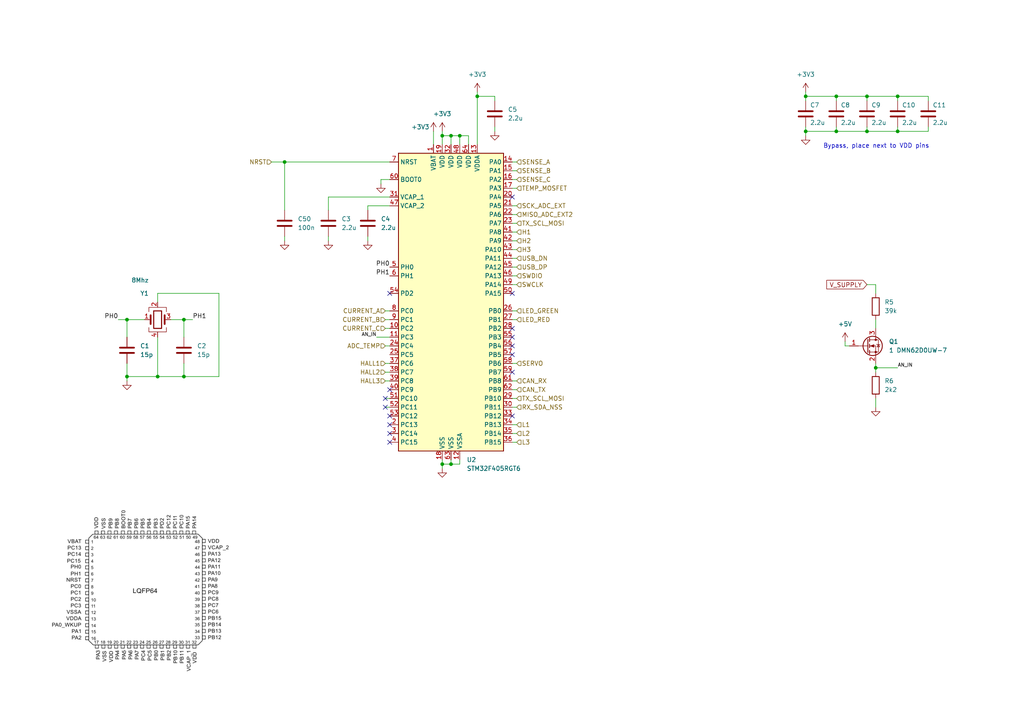
<source format=kicad_sch>
(kicad_sch (version 20211123) (generator eeschema)
  (paper "A4")
  (title_block (title "SI-ESC") (date "2022-06-24"))
  (lib_symbols
    (symbol "Device:C" (pin_numbers hide) (pin_names (offset 0.254))
      (property "Reference" "C" (at 0.635 2.54 0))
      (property "Value" "C" (at 0.635 -2.54 0))
      (symbol "C_0_1"
        (polyline (pts (xy -2.032 -0.762) (xy 2.032 -0.762)) (stroke (width 0.508)))
        (polyline (pts (xy -2.032 0.762) (xy 2.032 0.762)) (stroke (width 0.508)))
      )
      (symbol "C_1_1"
        (pin passive line (at 0 3.81 270) (length 2.794) (name "~") (number "1"))
        (pin passive line (at 0 -3.81 90) (length 2.794) (name "~") (number "2"))
      )
    )
    (symbol "Device:Crystal_GND24" (pin_names (offset 1.016) hide)
      (property "Reference" "Y" (at 3.175 5.08 0))
      (property "Value" "Crystal_GND24" (at 3.175 3.175 0))
      (symbol "Crystal_GND24_0_1"
        (rectangle (start -1.143 2.54) (end 1.143 -2.54) (stroke (width 0.3048)))
        (polyline (pts (xy -2.54 0) (xy -2.032 0)))
        (polyline (pts (xy -2.032 -1.27) (xy -2.032 1.27)) (stroke (width 0.508)))
        (polyline (pts (xy 0 -3.81) (xy 0 -3.556)))
        (polyline (pts (xy 0 3.556) (xy 0 3.81)))
        (polyline (pts (xy 2.032 -1.27) (xy 2.032 1.27)) (stroke (width 0.508)))
        (polyline (pts (xy 2.032 0) (xy 2.54 0)))
        (polyline (pts (xy -2.54 -2.286) (xy -2.54 -3.556) (xy 2.54 -3.556) (xy 2.54 -2.286)))
        (polyline (pts (xy -2.54 2.286) (xy -2.54 3.556) (xy 2.54 3.556) (xy 2.54 2.286)))
      )
      (symbol "Crystal_GND24_1_1"
        (pin passive line (at -3.81 0 0) (length 1.27) (name "1") (number "1"))
        (pin passive line (at 0 5.08 270) (length 1.27) (name "2") (number "2"))
        (pin passive line (at 3.81 0 180) (length 1.27) (name "3") (number "3"))
        (pin passive line (at 0 -5.08 90) (length 1.27) (name "4") (number "4"))
      )
    )
    (symbol "Device:Q_NMOS_GSD" (pin_names (offset 0) hide)
      (property "Reference" "Q" (at 5.08 1.27 0))
      (property "Value" "Q_NMOS_GSD" (at 5.08 -1.27 0))
      (symbol "Q_NMOS_GSD_0_1"
        (polyline (pts (xy 0.254 0) (xy -2.54 0)))
        (polyline (pts (xy 0.254 1.905) (xy 0.254 -1.905)) (stroke (width 0.254)))
        (polyline (pts (xy 0.762 -1.27) (xy 0.762 -2.286)) (stroke (width 0.254)))
        (polyline (pts (xy 0.762 0.508) (xy 0.762 -0.508)) (stroke (width 0.254)))
        (polyline (pts (xy 0.762 2.286) (xy 0.762 1.27)) (stroke (width 0.254)))
        (polyline (pts (xy 2.54 2.54) (xy 2.54 1.778)))
        (polyline (pts (xy 2.54 -2.54) (xy 2.54 0) (xy 0.762 0)))
        (polyline (pts (xy 0.762 -1.778) (xy 3.302 -1.778) (xy 3.302 1.778) (xy 0.762 1.778)))
        (polyline (pts (xy 1.016 0) (xy 2.032 0.381) (xy 2.032 -0.381) (xy 1.016 0)) (fill (type outline)))
        (polyline (pts (xy 2.794 0.508) (xy 2.921 0.381) (xy 3.683 0.381) (xy 3.81 0.254)))
        (polyline (pts (xy 3.302 0.381) (xy 2.921 -0.254) (xy 3.683 -0.254) (xy 3.302 0.381)))
        (circle (center 1.651 0) (radius 2.794) (stroke (width 0.254)))
        (circle (center 2.54 -1.778) (radius 0.254) (fill (type outline)))
        (circle (center 2.54 1.778) (radius 0.254) (fill (type outline)))
      )
      (symbol "Q_NMOS_GSD_1_1"
        (pin input line (at -5.08 0 0) (length 2.54) (name "G") (number "1"))
        (pin passive line (at 2.54 -5.08 90) (length 2.54) (name "S") (number "2"))
        (pin passive line (at 2.54 5.08 270) (length 2.54) (name "D") (number "3"))
      )
    )
    (symbol "Device:R" (pin_numbers hide) (pin_names (offset 0))
      (property "Reference" "R" (at 2.032 0 90))
      (property "Value" "R" (at 0 0 90))
      (symbol "R_0_1"
        (rectangle (start -1.016 -2.54) (end 1.016 2.54) (stroke (width 0.254)))
      )
      (symbol "R_1_1"
        (pin passive line (at 0 3.81 270) (length 1.27) (name "~") (number "1"))
        (pin passive line (at 0 -3.81 90) (length 1.27) (name "~") (number "2"))
      )
    )
    (symbol "MCU_ST_STM32F4:STM32F405RGTx"
      (property "Reference" "U" (at -15.24 44.45 0))
      (property "Value" "STM32F405RGTx" (at 10.16 44.45 0))
      (symbol "STM32F405RGTx_0_1"
        (rectangle (start -15.24 -43.18) (end 15.24 43.18) (stroke (width 0.254)) (fill (type background)))
      )
      (symbol "STM32F405RGTx_1_1"
        (pin power_in line (at -5.08 45.72 270) (length 2.54) (name "VBAT") (number "1"))
        (pin bidirectional line (at -17.78 -7.62 0) (length 2.54) (name "PC2") (number "10"))
        (pin bidirectional line (at -17.78 -10.16 0) (length 2.54) (name "PC3") (number "11"))
        (pin power_in line (at 2.54 -45.72 90) (length 2.54) (name "VSSA") (number "12"))
        (pin power_in line (at 7.62 45.72 270) (length 2.54) (name "VDDA") (number "13"))
        (pin bidirectional line (at 17.78 40.64 180) (length 2.54) (name "PA0") (number "14"))
        (pin bidirectional line (at 17.78 38.1 180) (length 2.54) (name "PA1") (number "15"))
        (pin bidirectional line (at 17.78 35.56 180) (length 2.54) (name "PA2") (number "16"))
        (pin bidirectional line (at 17.78 33.02 180) (length 2.54) (name "PA3") (number "17"))
        (pin power_in line (at -2.54 -45.72 90) (length 2.54) (name "VSS") (number "18"))
        (pin power_in line (at -2.54 45.72 270) (length 2.54) (name "VDD") (number "19"))
        (pin bidirectional line (at -17.78 -35.56 0) (length 2.54) (name "PC13") (number "2"))
        (pin bidirectional line (at 17.78 30.48 180) (length 2.54) (name "PA4") (number "20"))
        (pin bidirectional line (at 17.78 27.94 180) (length 2.54) (name "PA5") (number "21"))
        (pin bidirectional line (at 17.78 25.4 180) (length 2.54) (name "PA6") (number "22"))
        (pin bidirectional line (at 17.78 22.86 180) (length 2.54) (name "PA7") (number "23"))
        (pin bidirectional line (at -17.78 -12.7 0) (length 2.54) (name "PC4") (number "24"))
        (pin bidirectional line (at -17.78 -15.24 0) (length 2.54) (name "PC5") (number "25"))
        (pin bidirectional line (at 17.78 -2.54 180) (length 2.54) (name "PB0") (number "26"))
        (pin bidirectional line (at 17.78 -5.08 180) (length 2.54) (name "PB1") (number "27"))
        (pin bidirectional line (at 17.78 -7.62 180) (length 2.54) (name "PB2") (number "28"))
        (pin bidirectional line (at 17.78 -27.94 180) (length 2.54) (name "PB10") (number "29"))
        (pin bidirectional line (at -17.78 -38.1 0) (length 2.54) (name "PC14") (number "3"))
        (pin bidirectional line (at 17.78 -30.48 180) (length 2.54) (name "PB11") (number "30"))
        (pin power_in line (at -17.78 30.48 0) (length 2.54) (name "VCAP_1") (number "31"))
        (pin power_in line (at 0 45.72 270) (length 2.54) (name "VDD") (number "32"))
        (pin bidirectional line (at 17.78 -33.02 180) (length 2.54) (name "PB12") (number "33"))
        (pin bidirectional line (at 17.78 -35.56 180) (length 2.54) (name "PB13") (number "34"))
        (pin bidirectional line (at 17.78 -38.1 180) (length 2.54) (name "PB14") (number "35"))
        (pin bidirectional line (at 17.78 -40.64 180) (length 2.54) (name "PB15") (number "36"))
        (pin bidirectional line (at -17.78 -17.78 0) (length 2.54) (name "PC6") (number "37"))
        (pin bidirectional line (at -17.78 -20.32 0) (length 2.54) (name "PC7") (number "38"))
        (pin bidirectional line (at -17.78 -22.86 0) (length 2.54) (name "PC8") (number "39"))
        (pin bidirectional line (at -17.78 -40.64 0) (length 2.54) (name "PC15") (number "4"))
        (pin bidirectional line (at -17.78 -25.4 0) (length 2.54) (name "PC9") (number "40"))
        (pin bidirectional line (at 17.78 20.32 180) (length 2.54) (name "PA8") (number "41"))
        (pin bidirectional line (at 17.78 17.78 180) (length 2.54) (name "PA9") (number "42"))
        (pin bidirectional line (at 17.78 15.24 180) (length 2.54) (name "PA10") (number "43"))
        (pin bidirectional line (at 17.78 12.7 180) (length 2.54) (name "PA11") (number "44"))
        (pin bidirectional line (at 17.78 10.16 180) (length 2.54) (name "PA12") (number "45"))
        (pin bidirectional line (at 17.78 7.62 180) (length 2.54) (name "PA13") (number "46"))
        (pin power_in line (at -17.78 27.94 0) (length 2.54) (name "VCAP_2") (number "47"))
        (pin power_in line (at 2.54 45.72 270) (length 2.54) (name "VDD") (number "48"))
        (pin bidirectional line (at 17.78 5.08 180) (length 2.54) (name "PA14") (number "49"))
        (pin input line (at -17.78 10.16 0) (length 2.54) (name "PH0") (number "5"))
        (pin bidirectional line (at 17.78 2.54 180) (length 2.54) (name "PA15") (number "50"))
        (pin bidirectional line (at -17.78 -27.94 0) (length 2.54) (name "PC10") (number "51"))
        (pin bidirectional line (at -17.78 -30.48 0) (length 2.54) (name "PC11") (number "52"))
        (pin bidirectional line (at -17.78 -33.02 0) (length 2.54) (name "PC12") (number "53"))
        (pin bidirectional line (at -17.78 2.54 0) (length 2.54) (name "PD2") (number "54"))
        (pin bidirectional line (at 17.78 -10.16 180) (length 2.54) (name "PB3") (number "55"))
        (pin bidirectional line (at 17.78 -12.7 180) (length 2.54) (name "PB4") (number "56"))
        (pin bidirectional line (at 17.78 -15.24 180) (length 2.54) (name "PB5") (number "57"))
        (pin bidirectional line (at 17.78 -17.78 180) (length 2.54) (name "PB6") (number "58"))
        (pin bidirectional line (at 17.78 -20.32 180) (length 2.54) (name "PB7") (number "59"))
        (pin input line (at -17.78 7.62 0) (length 2.54) (name "PH1") (number "6"))
        (pin input line (at -17.78 35.56 0) (length 2.54) (name "BOOT0") (number "60"))
        (pin bidirectional line (at 17.78 -22.86 180) (length 2.54) (name "PB8") (number "61"))
        (pin bidirectional line (at 17.78 -25.4 180) (length 2.54) (name "PB9") (number "62"))
        (pin power_in line (at 0 -45.72 90) (length 2.54) (name "VSS") (number "63"))
        (pin power_in line (at 5.08 45.72 270) (length 2.54) (name "VDD") (number "64"))
        (pin input line (at -17.78 40.64 0) (length 2.54) (name "NRST") (number "7"))
        (pin bidirectional line (at -17.78 -2.54 0) (length 2.54) (name "PC0") (number "8"))
        (pin bidirectional line (at -17.78 -5.08 0) (length 2.54) (name "PC1") (number "9"))
      )
    )
    (symbol "power:+3.3V" (power) (pin_names (offset 0))
      (property "Value" "+3.3V" (at 0 3.556 0))
      (symbol "+3.3V_0_1"
        (polyline (pts (xy -0.762 1.27) (xy 0 2.54)))
        (polyline (pts (xy 0 0) (xy 0 2.54)))
        (polyline (pts (xy 0 2.54) (xy 0.762 1.27)))
      )
      (symbol "+3.3V_1_1"
        (pin power_in line (at 0 0 90) (length 0) hide (name "+3V3") (number "1"))
      )
    )
    (symbol "power:+5V" (power) (pin_names (offset 0))
      (property "Value" "+5V" (at 0 3.556 0))
      (symbol "+5V_0_1"
        (polyline (pts (xy -0.762 1.27) (xy 0 2.54)))
        (polyline (pts (xy 0 0) (xy 0 2.54)))
        (polyline (pts (xy 0 2.54) (xy 0.762 1.27)))
      )
      (symbol "+5V_1_1"
        (pin power_in line (at 0 0 90) (length 0) hide (name "+5V") (number "1"))
      )
    )
    (symbol "power:GND" (power) (pin_names (offset 0))
      (property "Value" "GND" (at 0 -3.81 0))
      (symbol "GND_0_1"
        (polyline (pts (xy 0 0) (xy 0 -1.27) (xy 1.27 -1.27) (xy 0 -2.54) (xy -1.27 -1.27) (xy 0 -1.27)))
      )
      (symbol "GND_1_1"
        (pin power_in line (at 0 0 270) (length 0) hide (name "GND") (number "1"))
      )
    )
  )
  (junction (at 251.46 27.94))
  (junction (at 130.81 134.62))
  (junction (at 36.83 109.22))
  (junction (at 138.43 27.94))
  (junction (at 36.83 92.71))
  (junction (at 233.68 38.1))
  (junction (at 260.35 38.1))
  (junction (at 45.72 109.22))
  (junction (at 242.57 38.1))
  (junction (at 82.55 46.99))
  (junction (at 260.35 27.94))
  (junction (at 133.35 39.37))
  (junction (at 128.27 39.37))
  (junction (at 128.27 134.62))
  (junction (at 254 106.68))
  (junction (at 233.68 27.94))
  (junction (at 251.46 38.1))
  (junction (at 130.81 39.37))
  (junction (at 242.57 27.94))
  (junction (at 53.34 92.71))
  (junction (at 53.34 109.22))
  (no_connect (at 113.03 128.27))
  (no_connect (at 111.76 115.57))
  (no_connect (at 111.76 118.11))
  (no_connect (at 148.59 57.15))
  (no_connect (at 148.59 85.09))
  (no_connect (at 148.59 95.25))
  (no_connect (at 148.59 97.79))
  (no_connect (at 148.59 100.33))
  (no_connect (at 148.59 102.87))
  (no_connect (at 148.59 107.95))
  (no_connect (at 148.59 120.65))
  (no_connect (at 113.03 125.73))
  (no_connect (at 113.03 123.19))
  (no_connect (at 113.03 120.65))
  (no_connect (at 113.03 113.03))
  (no_connect (at 113.03 85.09))
  (wire (pts (xy 251.46 29.21) (xy 251.46 27.94)))
  (wire (pts (xy 53.34 92.71) (xy 53.34 97.79)))
  (wire (pts (xy 233.68 27.94) (xy 233.68 29.21)))
  (wire (pts (xy 128.27 133.35) (xy 128.27 134.62)))
  (wire (pts (xy 111.76 105.41) (xy 113.03 105.41)))
  (wire (pts (xy 133.35 134.62) (xy 133.35 133.35)))
  (wire (pts (xy 149.86 62.23) (xy 148.59 62.23)))
  (wire (pts (xy 34.29 92.71) (xy 36.83 92.71)))
  (wire (pts (xy 128.27 134.62) (xy 128.27 135.89)))
  (wire (pts (xy 82.55 60.96) (xy 82.55 46.99)))
  (wire (pts (xy 113.03 57.15) (xy 95.25 57.15)))
  (wire (pts (xy 36.83 109.22) (xy 36.83 110.49)))
  (wire (pts (xy 254 106.68) (xy 260.35 106.68)))
  (wire (pts (xy 251.46 27.94) (xy 242.57 27.94)))
  (wire (pts (xy 254 82.55) (xy 251.46 82.55)))
  (wire (pts (xy 242.57 38.1) (xy 242.57 36.83)))
  (wire (pts (xy 149.86 115.57) (xy 148.59 115.57)))
  (wire (pts (xy 113.03 52.07) (xy 110.49 52.07)))
  (wire (pts (xy 254 105.41) (xy 254 106.68)))
  (wire (pts (xy 149.86 64.77) (xy 148.59 64.77)))
  (wire (pts (xy 130.81 134.62) (xy 133.35 134.62)))
  (wire (pts (xy 246.38 100.33) (xy 245.11 100.33)))
  (wire (pts (xy 45.72 85.09) (xy 63.5 85.09)))
  (wire (pts (xy 45.72 109.22) (xy 36.83 109.22)))
  (wire (pts (xy 269.24 27.94) (xy 260.35 27.94)))
  (wire (pts (xy 269.24 36.83) (xy 269.24 38.1)))
  (wire (pts (xy 111.76 110.49) (xy 113.03 110.49)))
  (wire (pts (xy 242.57 38.1) (xy 251.46 38.1)))
  (wire (pts (xy 149.86 113.03) (xy 148.59 113.03)))
  (wire (pts (xy 260.35 38.1) (xy 251.46 38.1)))
  (wire (pts (xy 128.27 39.37) (xy 130.81 39.37)))
  (wire (pts (xy 149.86 54.61) (xy 148.59 54.61)))
  (wire (pts (xy 148.59 128.27) (xy 149.86 128.27)))
  (wire (pts (xy 135.89 39.37) (xy 135.89 41.91)))
  (wire (pts (xy 143.51 36.83) (xy 143.51 38.1)))
  (wire (pts (xy 53.34 105.41) (xy 53.34 109.22)))
  (wire (pts (xy 233.68 38.1) (xy 233.68 39.37)))
  (wire (pts (xy 269.24 38.1) (xy 260.35 38.1)))
  (wire (pts (xy 254 85.09) (xy 254 82.55)))
  (wire (pts (xy 251.46 27.94) (xy 260.35 27.94)))
  (wire (pts (xy 106.68 68.58) (xy 106.68 69.85)))
  (wire (pts (xy 95.25 57.15) (xy 95.25 60.96)))
  (wire (pts (xy 110.49 52.07) (xy 110.49 53.34)))
  (wire (pts (xy 125.73 38.1) (xy 125.73 41.91)))
  (wire (pts (xy 242.57 29.21) (xy 242.57 27.94)))
  (wire (pts (xy 254 92.71) (xy 254 95.25)))
  (wire (pts (xy 233.68 38.1) (xy 242.57 38.1)))
  (wire (pts (xy 36.83 92.71) (xy 36.83 97.79)))
  (wire (pts (xy 143.51 29.21) (xy 143.51 27.94)))
  (wire (pts (xy 143.51 27.94) (xy 138.43 27.94)))
  (wire (pts (xy 133.35 39.37) (xy 135.89 39.37)))
  (wire (pts (xy 149.86 77.47) (xy 148.59 77.47)))
  (wire (pts (xy 254 106.68) (xy 254 107.95)))
  (wire (pts (xy 149.86 125.73) (xy 148.59 125.73)))
  (wire (pts (xy 149.86 74.93) (xy 148.59 74.93)))
  (wire (pts (xy 245.11 100.33) (xy 245.11 99.06)))
  (wire (pts (xy 149.86 72.39) (xy 148.59 72.39)))
  (wire (pts (xy 260.35 36.83) (xy 260.35 38.1)))
  (wire (pts (xy 149.86 105.41) (xy 148.59 105.41)))
  (wire (pts (xy 269.24 29.21) (xy 269.24 27.94)))
  (wire (pts (xy 149.86 59.69) (xy 148.59 59.69)))
  (wire (pts (xy 49.53 92.71) (xy 53.34 92.71)))
  (wire (pts (xy 128.27 39.37) (xy 128.27 41.91)))
  (wire (pts (xy 149.86 46.99) (xy 148.59 46.99)))
  (wire (pts (xy 106.68 59.69) (xy 106.68 60.96)))
  (wire (pts (xy 111.76 100.33) (xy 113.03 100.33)))
  (wire (pts (xy 78.74 46.99) (xy 82.55 46.99)))
  (wire (pts (xy 130.81 39.37) (xy 130.81 41.91)))
  (wire (pts (xy 111.76 107.95) (xy 113.03 107.95)))
  (wire (pts (xy 149.86 92.71) (xy 148.59 92.71)))
  (wire (pts (xy 233.68 27.94) (xy 242.57 27.94)))
  (wire (pts (xy 138.43 26.67) (xy 138.43 27.94)))
  (wire (pts (xy 95.25 68.58) (xy 95.25 69.85)))
  (wire (pts (xy 149.86 67.31) (xy 148.59 67.31)))
  (wire (pts (xy 149.86 49.53) (xy 148.59 49.53)))
  (wire (pts (xy 149.86 52.07) (xy 148.59 52.07)))
  (wire (pts (xy 82.55 68.58) (xy 82.55 69.85)))
  (wire (pts (xy 149.86 69.85) (xy 148.59 69.85)))
  (wire (pts (xy 254 115.57) (xy 254 118.11)))
  (wire (pts (xy 111.76 115.57) (xy 113.03 115.57)))
  (wire (pts (xy 149.86 80.01) (xy 148.59 80.01)))
  (wire (pts (xy 233.68 36.83) (xy 233.68 38.1)))
  (wire (pts (xy 138.43 27.94) (xy 138.43 41.91)))
  (wire (pts (xy 149.86 123.19) (xy 148.59 123.19)))
  (wire (pts (xy 111.76 95.25) (xy 113.03 95.25)))
  (wire (pts (xy 53.34 92.71) (xy 55.88 92.71)))
  (wire (pts (xy 128.27 134.62) (xy 130.81 134.62)))
  (wire (pts (xy 36.83 105.41) (xy 36.83 109.22)))
  (wire (pts (xy 149.86 110.49) (xy 148.59 110.49)))
  (wire (pts (xy 111.76 118.11) (xy 113.03 118.11)))
  (wire (pts (xy 63.5 109.22) (xy 53.34 109.22)))
  (wire (pts (xy 149.86 82.55) (xy 148.59 82.55)))
  (wire (pts (xy 111.76 92.71) (xy 113.03 92.71)))
  (wire (pts (xy 251.46 36.83) (xy 251.46 38.1)))
  (wire (pts (xy 109.22 97.79) (xy 113.03 97.79)))
  (wire (pts (xy 128.27 38.1) (xy 128.27 39.37)))
  (wire (pts (xy 149.86 118.11) (xy 148.59 118.11)))
  (wire (pts (xy 233.68 26.67) (xy 233.68 27.94)))
  (wire (pts (xy 82.55 46.99) (xy 113.03 46.99)))
  (wire (pts (xy 130.81 134.62) (xy 130.81 133.35)))
  (wire (pts (xy 260.35 29.21) (xy 260.35 27.94)))
  (wire (pts (xy 45.72 87.63) (xy 45.72 85.09)))
  (wire (pts (xy 133.35 39.37) (xy 133.35 41.91)))
  (wire (pts (xy 149.86 90.17) (xy 148.59 90.17)))
  (wire (pts (xy 130.81 39.37) (xy 133.35 39.37)))
  (wire (pts (xy 45.72 97.79) (xy 45.72 109.22)))
  (wire (pts (xy 113.03 59.69) (xy 106.68 59.69)))
  (wire (pts (xy 53.34 109.22) (xy 45.72 109.22)))
  (wire (pts (xy 111.76 90.17) (xy 113.03 90.17)))
  (wire (pts (xy 41.91 92.71) (xy 36.83 92.71)))
  (wire (pts (xy 63.5 85.09) (xy 63.5 109.22)))
  (image (at 40.64 171.45))
  (text "Bypass, place next to VDD pins" (at 238.76 43.18 0) (effects (font (size 1.27 1.27)) (justify left bottom)))
  (label "PH1" (at 113.03 80.01 180))
  (label "AN_IN" (at 109.22 97.79 180) (effects (font (size 1 1))))
  (label "AN_IN" (at 260.35 106.68 0) (effects (font (size 1 1))))
  (label "PH0" (at 113.03 77.47 180))
  (label "PH0" (at 34.29 92.71 180))
  (label "PH1" (at 55.88 92.71 0))
  (global_label "V_SUPPLY" (shape input) (at 251.46 82.55 180) (property "Intersheet References" "${INTERSHEET_REFS}" (effects hide)))
  (hierarchical_label "H3" (shape input) (at 149.86 72.39 0))
  (hierarchical_label "SENSE_B" (shape input) (at 149.86 49.53 0))
  (hierarchical_label "LED_GREEN" (shape input) (at 149.86 90.17 0))
  (hierarchical_label "TX_SCL_MOSI" (shape input) (at 149.86 115.57 0))
  (hierarchical_label "NRST" (shape input) (at 78.74 46.99 180))
  (hierarchical_label "SERVO" (shape input) (at 149.86 105.41 0))
  (hierarchical_label "L3" (shape input) (at 149.86 128.27 0))
  (hierarchical_label "SENSE_A" (shape input) (at 149.86 46.99 0))
  (hierarchical_label "HALL2" (shape input) (at 111.76 107.95 180))
  (hierarchical_label "H2" (shape input) (at 149.86 69.85 0))
  (hierarchical_label "CURRENT_B" (shape input) (at 111.76 92.71 180))
  (hierarchical_label "L2" (shape input) (at 149.86 125.73 0))
  (hierarchical_label "CURRENT_A" (shape input) (at 111.76 90.17 180))
  (hierarchical_label "SWDIO" (shape input) (at 149.86 80.01 0))
  (hierarchical_label "SCK_ADC_EXT" (shape input) (at 149.86 59.69 0))
  (hierarchical_label "CAN_TX" (shape input) (at 149.86 113.03 0))
  (hierarchical_label "CAN_RX" (shape input) (at 149.86 110.49 0))
  (hierarchical_label "TEMP_MOSFET" (shape input) (at 149.86 54.61 0))
  (hierarchical_label "H1" (shape input) (at 149.86 67.31 0))
  (hierarchical_label "USB_DP" (shape input) (at 149.86 77.47 0))
  (hierarchical_label "USB_DN" (shape input) (at 149.86 74.93 0))
  (hierarchical_label "TX_SCL_MOSI" (shape input) (at 149.86 64.77 0))
  (hierarchical_label "L1" (shape input) (at 149.86 123.19 0))
  (hierarchical_label "RX_SDA_NSS" (shape input) (at 149.86 118.11 0))
  (hierarchical_label "MISO_ADC_EXT2" (shape input) (at 149.86 62.23 0))
  (hierarchical_label "HALL1" (shape input) (at 111.76 105.41 180))
  (hierarchical_label "LED_RED" (shape input) (at 149.86 92.71 0))
  (hierarchical_label "CURRENT_C" (shape input) (at 111.76 95.25 180))
  (hierarchical_label "ADC_TEMP" (shape input) (at 111.76 100.33 180))
  (hierarchical_label "HALL3" (shape input) (at 111.76 110.49 180))
  (hierarchical_label "SWCLK" (shape input) (at 149.86 82.55 0))
  (hierarchical_label "SENSE_C" (shape input) (at 149.86 52.07 0))
  (symbol (lib_id "Device:C") (at 242.57 33.02 0) (unit 1)
    (property "Reference" "C8" (at 243.84 30.48 0) (effects (justify left)))
    (property "Value" "2.2u" (at 243.84 35.56 0) (effects (justify left)))
    (property "Footprint" "Capacitor_SMD:C_0805_2012Metric" (effects hide))
    (property "LCSC" "C319190" (effects hide))
  )
  (symbol (lib_id "power:GND") (at 110.49 53.34 0) (unit 1)
    (property "Reference" "#PWR074" (effects hide))
    (property "Value" "GND" (effects hide))
  )
  (symbol (lib_id "Device:C") (at 260.35 33.02 0) (unit 1)
    (property "Reference" "C10" (at 261.62 30.48 0) (effects (justify left)))
    (property "Value" "2.2u" (at 261.62 35.56 0) (effects (justify left)))
    (property "Footprint" "Capacitor_SMD:C_0805_2012Metric" (effects hide))
    (property "LCSC" "C319190" (effects hide))
  )
  (symbol (lib_id "Device:C") (at 53.34 101.6 0) (unit 1)
    (property "Reference" "C2" (at 57.15 100.3299 0) (effects (justify left)))
    (property "Value" "15p" (at 57.15 102.8699 0) (effects (justify left)))
    (property "Footprint" "Capacitor_SMD:C_0805_2012Metric" (effects hide))
  )
  (symbol (lib_id "power:GND") (at 254 118.11 0) (unit 1)
    (property "Reference" "#PWR0126" (effects hide))
    (property "Value" "GND" (effects hide))
  )
  (symbol (lib_id "power:GND") (at 106.68 69.85 0) (unit 1)
    (property "Reference" "#PWR011" (effects hide))
    (property "Value" "GND" (effects hide))
  )
  (symbol (lib_id "power:GND") (at 36.83 110.49 0) (unit 1)
    (property "Reference" "#PWR0121" (effects hide))
    (property "Value" "GND" (effects hide))
  )
  (symbol (lib_id "Device:C") (at 143.51 33.02 0) (unit 1)
    (property "Reference" "C5" (at 147.32 31.7499 0) (effects (justify left)))
    (property "Value" "2.2u" (at 147.32 34.2899 0) (effects (justify left)))
    (property "Footprint" "Capacitor_SMD:C_0805_2012Metric" (effects hide))
    (property "LCSC" "C319190" (effects hide))
  )
  (symbol (lib_id "Device:R") (at 254 88.9 0) (unit 1)
    (property "Reference" "R5" (at 256.54 87.6299 0) (effects (justify left)))
    (property "Value" "39k" (at 256.54 90.1699 0) (effects (justify left)))
    (property "Footprint" "Resistor_SMD:R_0805_2012Metric" (effects hide))
  )
  (symbol (lib_id "Device:C") (at 233.68 33.02 0) (unit 1)
    (property "Reference" "C7" (at 234.95 30.48 0) (effects (justify left)))
    (property "Value" "2.2u" (at 234.95 35.56 0) (effects (justify left)))
    (property "Footprint" "Capacitor_SMD:C_0805_2012Metric" (effects hide))
    (property "LCSC" "C319190" (effects hide))
  )
  (symbol (lib_id "Device:C") (at 269.24 33.02 0) (unit 1)
    (property "Reference" "C11" (at 270.51 30.48 0) (effects (justify left)))
    (property "Value" "2.2u" (at 270.51 35.56 0) (effects (justify left)))
    (property "Footprint" "Capacitor_SMD:C_0805_2012Metric" (effects hide))
    (property "LCSC" "C319190" (effects hide))
  )
  (symbol (lib_id "Device:Crystal_GND24") (at 45.72 92.71 0) (unit 1)
    (property "Reference" "Y1" (at 41.91 85.09 0))
    (property "Value" "8Mhz" (at 40.64 81.28 0))
    (property "Footprint" "Crystal:Crystal_SMD_3225-4Pin_3.2x2.5mm" (effects hide))
  )
  (symbol (lib_id "Device:C") (at 82.55 64.77 0) (unit 1)
    (property "Reference" "C50" (at 86.36 63.4999 0) (effects (justify left)))
    (property "Value" "100n" (at 86.36 66.0399 0) (effects (justify left)))
    (property "Footprint" "Capacitor_SMD:C_0805_2012Metric" (effects hide))
  )
  (symbol (lib_id "power:GND") (at 95.25 69.85 0) (unit 1)
    (property "Reference" "#PWR010" (effects hide))
    (property "Value" "GND" (effects hide))
  )
  (symbol (lib_id "Device:C") (at 95.25 64.77 0) (unit 1)
    (property "Reference" "C3" (at 99.06 63.4999 0) (effects (justify left)))
    (property "Value" "2.2u" (at 99.06 66.0399 0) (effects (justify left)))
    (property "Footprint" "Capacitor_SMD:C_0805_2012Metric" (effects hide))
    (property "LCSC" "C319190" (effects hide))
  )
  (symbol (lib_id "Device:C") (at 106.68 64.77 0) (unit 1)
    (property "Reference" "C4" (at 110.49 63.4999 0) (effects (justify left)))
    (property "Value" "2.2u" (at 110.49 66.0399 0) (effects (justify left)))
    (property "Footprint" "Capacitor_SMD:C_0805_2012Metric" (effects hide))
    (property "LCSC" "C319190" (effects hide))
  )
  (symbol (lib_id "power:GND") (at 143.51 38.1 0) (unit 1)
    (property "Reference" "#PWR016" (effects hide))
    (property "Value" "GND" (effects hide))
  )
  (symbol (lib_id "Device:C") (at 36.83 101.6 0) (unit 1)
    (property "Reference" "C1" (at 40.64 100.3299 0) (effects (justify left)))
    (property "Value" "15p" (at 40.64 102.8699 0) (effects (justify left)))
    (property "Footprint" "Capacitor_SMD:C_0805_2012Metric" (effects hide))
  )
  (symbol (lib_id "power:+5V") (at 245.11 99.06 0) (unit 1)
    (property "Reference" "#PWR0125" (effects hide))
    (property "Value" "+5V" (at 245.11 93.98 0))
  )
  (symbol (lib_id "power:GND") (at 233.68 39.37 0) (unit 1)
    (property "Reference" "#PWR018" (effects hide))
    (property "Value" "GND" (effects hide))
  )
  (symbol (lib_id "power:+3.3V") (at 138.43 26.67 0) (unit 1)
    (property "Reference" "#PWR015" (effects hide))
    (property "Value" "+3.3V" (at 138.43 21.59 0))
  )
  (symbol (lib_id "power:GND") (at 128.27 135.89 0) (unit 1)
    (property "Reference" "#PWR014" (effects hide))
    (property "Value" "GND" (effects hide))
  )
  (symbol (lib_id "power:+3.3V") (at 233.68 26.67 0) (unit 1)
    (property "Reference" "#PWR017" (effects hide))
    (property "Value" "+3.3V" (at 233.68 21.59 0))
  )
  (symbol (lib_id "power:+3.3V") (at 125.73 38.1 0) (unit 1)
    (property "Reference" "#PWR012" (effects hide))
    (property "Value" "+3.3V" (at 121.92 36.83 0))
  )
  (symbol (lib_id "Device:Q_NMOS_GSD") (at 251.46 100.33 0) (unit 1)
    (property "Reference" "Q1" (at 257.81 99.0599 0) (effects (justify left)))
    (property "Value" "1 DMN62D0UW-7" (at 257.81 101.5999 0) (effects (justify left)))
    (property "Footprint" "Package_TO_SOT_SMD:SOT-323_SC-70" (effects hide))
  )
  (symbol (lib_id "power:GND") (at 82.55 69.85 0) (unit 1)
    (property "Reference" "#PWR073" (effects hide))
    (property "Value" "GND" (effects hide))
  )
  (symbol (lib_id "MCU_ST_STM32F4:STM32F405RGTx") (at 130.81 87.63 0) (unit 1)
    (property "Reference" "U2" (at 135.3694 133.35 0) (effects (justify left)))
    (property "Value" "STM32F405RGT6" (at 135.3694 135.89 0) (effects (justify left)))
    (property "Footprint" "Package_QFP:LQFP-64_10x10mm_P0.5mm" (effects hide))
    (property "Datasheet" "http://www.st.com/st-web-ui/static/active/en/resource/technical/document/datasheet/DM00037051.pdf" (effects hide))
    (property "LCSC" "C15742" (effects hide))
    (property "Manufacture Part Number" "STM32F405RGT6" (effects hide))
  )
  (symbol (lib_id "Device:R") (at 254 111.76 0) (unit 1)
    (property "Reference" "R6" (at 256.54 110.4899 0) (effects (justify left)))
    (property "Value" "2k2" (at 256.54 113.0299 0) (effects (justify left)))
    (property "Footprint" "Resistor_SMD:R_0805_2012Metric" (effects hide))
  )
  (symbol (lib_id "Device:C") (at 251.46 33.02 0) (unit 1)
    (property "Reference" "C9" (at 252.73 30.48 0) (effects (justify left)))
    (property "Value" "2.2u" (at 252.73 35.56 0) (effects (justify left)))
    (property "Footprint" "Capacitor_SMD:C_0805_2012Metric" (effects hide))
    (property "LCSC" "C319190" (effects hide))
  )
  (symbol (lib_id "power:+3.3V") (at 128.27 38.1 0) (unit 1)
    (property "Reference" "#PWR013" (effects hide))
    (property "Value" "+3.3V" (at 128.27 33.02 0))
  )
)
</source>
